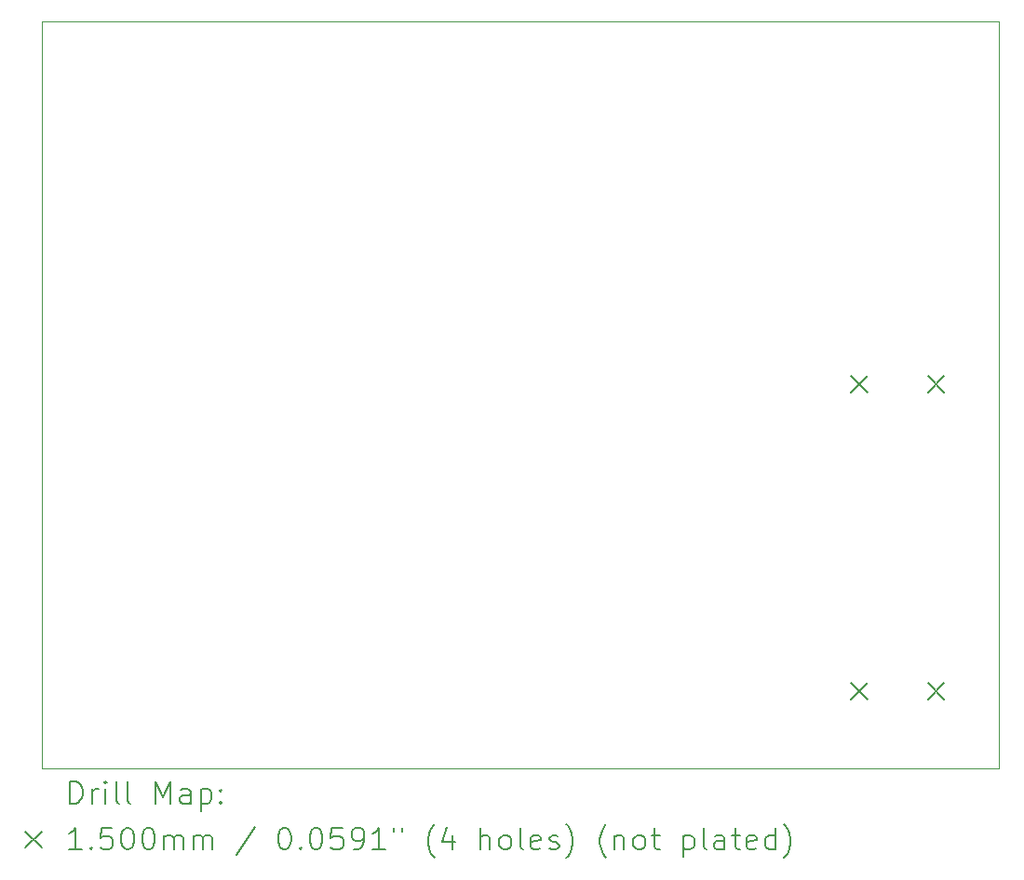
<source format=gbr>
%FSLAX45Y45*%
G04 Gerber Fmt 4.5, Leading zero omitted, Abs format (unit mm)*
G04 Created by KiCad (PCBNEW (6.0.0-0)) date 2022-06-20 09:51:59*
%MOMM*%
%LPD*%
G01*
G04 APERTURE LIST*
%TA.AperFunction,Profile*%
%ADD10C,0.100000*%
%TD*%
%ADD11C,0.200000*%
%ADD12C,0.150000*%
G04 APERTURE END LIST*
D10*
X10636000Y-5080000D02*
X19336000Y-5080000D01*
X10636000Y-11880000D02*
X10636000Y-5080000D01*
X19336000Y-11880000D02*
X19336000Y-5080000D01*
X10636000Y-11880000D02*
X19336000Y-11880000D01*
D11*
D12*
X17990500Y-8307000D02*
X18140500Y-8457000D01*
X18140500Y-8307000D02*
X17990500Y-8457000D01*
X17990500Y-11101000D02*
X18140500Y-11251000D01*
X18140500Y-11101000D02*
X17990500Y-11251000D01*
X18690500Y-8307000D02*
X18840500Y-8457000D01*
X18840500Y-8307000D02*
X18690500Y-8457000D01*
X18690500Y-11101000D02*
X18840500Y-11251000D01*
X18840500Y-11101000D02*
X18690500Y-11251000D01*
D11*
X10888619Y-12195476D02*
X10888619Y-11995476D01*
X10936238Y-11995476D01*
X10964810Y-12005000D01*
X10983857Y-12024048D01*
X10993381Y-12043095D01*
X11002905Y-12081190D01*
X11002905Y-12109762D01*
X10993381Y-12147857D01*
X10983857Y-12166905D01*
X10964810Y-12185952D01*
X10936238Y-12195476D01*
X10888619Y-12195476D01*
X11088619Y-12195476D02*
X11088619Y-12062143D01*
X11088619Y-12100238D02*
X11098143Y-12081190D01*
X11107667Y-12071667D01*
X11126714Y-12062143D01*
X11145762Y-12062143D01*
X11212428Y-12195476D02*
X11212428Y-12062143D01*
X11212428Y-11995476D02*
X11202905Y-12005000D01*
X11212428Y-12014524D01*
X11221952Y-12005000D01*
X11212428Y-11995476D01*
X11212428Y-12014524D01*
X11336238Y-12195476D02*
X11317190Y-12185952D01*
X11307667Y-12166905D01*
X11307667Y-11995476D01*
X11441000Y-12195476D02*
X11421952Y-12185952D01*
X11412428Y-12166905D01*
X11412428Y-11995476D01*
X11669571Y-12195476D02*
X11669571Y-11995476D01*
X11736238Y-12138333D01*
X11802905Y-11995476D01*
X11802905Y-12195476D01*
X11983857Y-12195476D02*
X11983857Y-12090714D01*
X11974333Y-12071667D01*
X11955286Y-12062143D01*
X11917190Y-12062143D01*
X11898143Y-12071667D01*
X11983857Y-12185952D02*
X11964809Y-12195476D01*
X11917190Y-12195476D01*
X11898143Y-12185952D01*
X11888619Y-12166905D01*
X11888619Y-12147857D01*
X11898143Y-12128809D01*
X11917190Y-12119286D01*
X11964809Y-12119286D01*
X11983857Y-12109762D01*
X12079095Y-12062143D02*
X12079095Y-12262143D01*
X12079095Y-12071667D02*
X12098143Y-12062143D01*
X12136238Y-12062143D01*
X12155286Y-12071667D01*
X12164809Y-12081190D01*
X12174333Y-12100238D01*
X12174333Y-12157381D01*
X12164809Y-12176428D01*
X12155286Y-12185952D01*
X12136238Y-12195476D01*
X12098143Y-12195476D01*
X12079095Y-12185952D01*
X12260048Y-12176428D02*
X12269571Y-12185952D01*
X12260048Y-12195476D01*
X12250524Y-12185952D01*
X12260048Y-12176428D01*
X12260048Y-12195476D01*
X12260048Y-12071667D02*
X12269571Y-12081190D01*
X12260048Y-12090714D01*
X12250524Y-12081190D01*
X12260048Y-12071667D01*
X12260048Y-12090714D01*
D12*
X10481000Y-12450000D02*
X10631000Y-12600000D01*
X10631000Y-12450000D02*
X10481000Y-12600000D01*
D11*
X10993381Y-12615476D02*
X10879095Y-12615476D01*
X10936238Y-12615476D02*
X10936238Y-12415476D01*
X10917190Y-12444048D01*
X10898143Y-12463095D01*
X10879095Y-12472619D01*
X11079095Y-12596428D02*
X11088619Y-12605952D01*
X11079095Y-12615476D01*
X11069571Y-12605952D01*
X11079095Y-12596428D01*
X11079095Y-12615476D01*
X11269571Y-12415476D02*
X11174333Y-12415476D01*
X11164810Y-12510714D01*
X11174333Y-12501190D01*
X11193381Y-12491667D01*
X11241000Y-12491667D01*
X11260048Y-12501190D01*
X11269571Y-12510714D01*
X11279095Y-12529762D01*
X11279095Y-12577381D01*
X11269571Y-12596428D01*
X11260048Y-12605952D01*
X11241000Y-12615476D01*
X11193381Y-12615476D01*
X11174333Y-12605952D01*
X11164810Y-12596428D01*
X11402905Y-12415476D02*
X11421952Y-12415476D01*
X11441000Y-12425000D01*
X11450524Y-12434524D01*
X11460048Y-12453571D01*
X11469571Y-12491667D01*
X11469571Y-12539286D01*
X11460048Y-12577381D01*
X11450524Y-12596428D01*
X11441000Y-12605952D01*
X11421952Y-12615476D01*
X11402905Y-12615476D01*
X11383857Y-12605952D01*
X11374333Y-12596428D01*
X11364809Y-12577381D01*
X11355286Y-12539286D01*
X11355286Y-12491667D01*
X11364809Y-12453571D01*
X11374333Y-12434524D01*
X11383857Y-12425000D01*
X11402905Y-12415476D01*
X11593381Y-12415476D02*
X11612428Y-12415476D01*
X11631476Y-12425000D01*
X11641000Y-12434524D01*
X11650524Y-12453571D01*
X11660048Y-12491667D01*
X11660048Y-12539286D01*
X11650524Y-12577381D01*
X11641000Y-12596428D01*
X11631476Y-12605952D01*
X11612428Y-12615476D01*
X11593381Y-12615476D01*
X11574333Y-12605952D01*
X11564809Y-12596428D01*
X11555286Y-12577381D01*
X11545762Y-12539286D01*
X11545762Y-12491667D01*
X11555286Y-12453571D01*
X11564809Y-12434524D01*
X11574333Y-12425000D01*
X11593381Y-12415476D01*
X11745762Y-12615476D02*
X11745762Y-12482143D01*
X11745762Y-12501190D02*
X11755286Y-12491667D01*
X11774333Y-12482143D01*
X11802905Y-12482143D01*
X11821952Y-12491667D01*
X11831476Y-12510714D01*
X11831476Y-12615476D01*
X11831476Y-12510714D02*
X11841000Y-12491667D01*
X11860048Y-12482143D01*
X11888619Y-12482143D01*
X11907667Y-12491667D01*
X11917190Y-12510714D01*
X11917190Y-12615476D01*
X12012428Y-12615476D02*
X12012428Y-12482143D01*
X12012428Y-12501190D02*
X12021952Y-12491667D01*
X12041000Y-12482143D01*
X12069571Y-12482143D01*
X12088619Y-12491667D01*
X12098143Y-12510714D01*
X12098143Y-12615476D01*
X12098143Y-12510714D02*
X12107667Y-12491667D01*
X12126714Y-12482143D01*
X12155286Y-12482143D01*
X12174333Y-12491667D01*
X12183857Y-12510714D01*
X12183857Y-12615476D01*
X12574333Y-12405952D02*
X12402905Y-12663095D01*
X12831476Y-12415476D02*
X12850524Y-12415476D01*
X12869571Y-12425000D01*
X12879095Y-12434524D01*
X12888619Y-12453571D01*
X12898143Y-12491667D01*
X12898143Y-12539286D01*
X12888619Y-12577381D01*
X12879095Y-12596428D01*
X12869571Y-12605952D01*
X12850524Y-12615476D01*
X12831476Y-12615476D01*
X12812428Y-12605952D01*
X12802905Y-12596428D01*
X12793381Y-12577381D01*
X12783857Y-12539286D01*
X12783857Y-12491667D01*
X12793381Y-12453571D01*
X12802905Y-12434524D01*
X12812428Y-12425000D01*
X12831476Y-12415476D01*
X12983857Y-12596428D02*
X12993381Y-12605952D01*
X12983857Y-12615476D01*
X12974333Y-12605952D01*
X12983857Y-12596428D01*
X12983857Y-12615476D01*
X13117190Y-12415476D02*
X13136238Y-12415476D01*
X13155286Y-12425000D01*
X13164809Y-12434524D01*
X13174333Y-12453571D01*
X13183857Y-12491667D01*
X13183857Y-12539286D01*
X13174333Y-12577381D01*
X13164809Y-12596428D01*
X13155286Y-12605952D01*
X13136238Y-12615476D01*
X13117190Y-12615476D01*
X13098143Y-12605952D01*
X13088619Y-12596428D01*
X13079095Y-12577381D01*
X13069571Y-12539286D01*
X13069571Y-12491667D01*
X13079095Y-12453571D01*
X13088619Y-12434524D01*
X13098143Y-12425000D01*
X13117190Y-12415476D01*
X13364809Y-12415476D02*
X13269571Y-12415476D01*
X13260048Y-12510714D01*
X13269571Y-12501190D01*
X13288619Y-12491667D01*
X13336238Y-12491667D01*
X13355286Y-12501190D01*
X13364809Y-12510714D01*
X13374333Y-12529762D01*
X13374333Y-12577381D01*
X13364809Y-12596428D01*
X13355286Y-12605952D01*
X13336238Y-12615476D01*
X13288619Y-12615476D01*
X13269571Y-12605952D01*
X13260048Y-12596428D01*
X13469571Y-12615476D02*
X13507667Y-12615476D01*
X13526714Y-12605952D01*
X13536238Y-12596428D01*
X13555286Y-12567857D01*
X13564809Y-12529762D01*
X13564809Y-12453571D01*
X13555286Y-12434524D01*
X13545762Y-12425000D01*
X13526714Y-12415476D01*
X13488619Y-12415476D01*
X13469571Y-12425000D01*
X13460048Y-12434524D01*
X13450524Y-12453571D01*
X13450524Y-12501190D01*
X13460048Y-12520238D01*
X13469571Y-12529762D01*
X13488619Y-12539286D01*
X13526714Y-12539286D01*
X13545762Y-12529762D01*
X13555286Y-12520238D01*
X13564809Y-12501190D01*
X13755286Y-12615476D02*
X13641000Y-12615476D01*
X13698143Y-12615476D02*
X13698143Y-12415476D01*
X13679095Y-12444048D01*
X13660048Y-12463095D01*
X13641000Y-12472619D01*
X13831476Y-12415476D02*
X13831476Y-12453571D01*
X13907667Y-12415476D02*
X13907667Y-12453571D01*
X14202905Y-12691667D02*
X14193381Y-12682143D01*
X14174333Y-12653571D01*
X14164809Y-12634524D01*
X14155286Y-12605952D01*
X14145762Y-12558333D01*
X14145762Y-12520238D01*
X14155286Y-12472619D01*
X14164809Y-12444048D01*
X14174333Y-12425000D01*
X14193381Y-12396428D01*
X14202905Y-12386905D01*
X14364809Y-12482143D02*
X14364809Y-12615476D01*
X14317190Y-12405952D02*
X14269571Y-12548809D01*
X14393381Y-12548809D01*
X14621952Y-12615476D02*
X14621952Y-12415476D01*
X14707667Y-12615476D02*
X14707667Y-12510714D01*
X14698143Y-12491667D01*
X14679095Y-12482143D01*
X14650524Y-12482143D01*
X14631476Y-12491667D01*
X14621952Y-12501190D01*
X14831476Y-12615476D02*
X14812428Y-12605952D01*
X14802905Y-12596428D01*
X14793381Y-12577381D01*
X14793381Y-12520238D01*
X14802905Y-12501190D01*
X14812428Y-12491667D01*
X14831476Y-12482143D01*
X14860048Y-12482143D01*
X14879095Y-12491667D01*
X14888619Y-12501190D01*
X14898143Y-12520238D01*
X14898143Y-12577381D01*
X14888619Y-12596428D01*
X14879095Y-12605952D01*
X14860048Y-12615476D01*
X14831476Y-12615476D01*
X15012428Y-12615476D02*
X14993381Y-12605952D01*
X14983857Y-12586905D01*
X14983857Y-12415476D01*
X15164809Y-12605952D02*
X15145762Y-12615476D01*
X15107667Y-12615476D01*
X15088619Y-12605952D01*
X15079095Y-12586905D01*
X15079095Y-12510714D01*
X15088619Y-12491667D01*
X15107667Y-12482143D01*
X15145762Y-12482143D01*
X15164809Y-12491667D01*
X15174333Y-12510714D01*
X15174333Y-12529762D01*
X15079095Y-12548809D01*
X15250524Y-12605952D02*
X15269571Y-12615476D01*
X15307667Y-12615476D01*
X15326714Y-12605952D01*
X15336238Y-12586905D01*
X15336238Y-12577381D01*
X15326714Y-12558333D01*
X15307667Y-12548809D01*
X15279095Y-12548809D01*
X15260048Y-12539286D01*
X15250524Y-12520238D01*
X15250524Y-12510714D01*
X15260048Y-12491667D01*
X15279095Y-12482143D01*
X15307667Y-12482143D01*
X15326714Y-12491667D01*
X15402905Y-12691667D02*
X15412428Y-12682143D01*
X15431476Y-12653571D01*
X15441000Y-12634524D01*
X15450524Y-12605952D01*
X15460048Y-12558333D01*
X15460048Y-12520238D01*
X15450524Y-12472619D01*
X15441000Y-12444048D01*
X15431476Y-12425000D01*
X15412428Y-12396428D01*
X15402905Y-12386905D01*
X15764809Y-12691667D02*
X15755286Y-12682143D01*
X15736238Y-12653571D01*
X15726714Y-12634524D01*
X15717190Y-12605952D01*
X15707667Y-12558333D01*
X15707667Y-12520238D01*
X15717190Y-12472619D01*
X15726714Y-12444048D01*
X15736238Y-12425000D01*
X15755286Y-12396428D01*
X15764809Y-12386905D01*
X15841000Y-12482143D02*
X15841000Y-12615476D01*
X15841000Y-12501190D02*
X15850524Y-12491667D01*
X15869571Y-12482143D01*
X15898143Y-12482143D01*
X15917190Y-12491667D01*
X15926714Y-12510714D01*
X15926714Y-12615476D01*
X16050524Y-12615476D02*
X16031476Y-12605952D01*
X16021952Y-12596428D01*
X16012428Y-12577381D01*
X16012428Y-12520238D01*
X16021952Y-12501190D01*
X16031476Y-12491667D01*
X16050524Y-12482143D01*
X16079095Y-12482143D01*
X16098143Y-12491667D01*
X16107667Y-12501190D01*
X16117190Y-12520238D01*
X16117190Y-12577381D01*
X16107667Y-12596428D01*
X16098143Y-12605952D01*
X16079095Y-12615476D01*
X16050524Y-12615476D01*
X16174333Y-12482143D02*
X16250524Y-12482143D01*
X16202905Y-12415476D02*
X16202905Y-12586905D01*
X16212428Y-12605952D01*
X16231476Y-12615476D01*
X16250524Y-12615476D01*
X16469571Y-12482143D02*
X16469571Y-12682143D01*
X16469571Y-12491667D02*
X16488619Y-12482143D01*
X16526714Y-12482143D01*
X16545762Y-12491667D01*
X16555286Y-12501190D01*
X16564809Y-12520238D01*
X16564809Y-12577381D01*
X16555286Y-12596428D01*
X16545762Y-12605952D01*
X16526714Y-12615476D01*
X16488619Y-12615476D01*
X16469571Y-12605952D01*
X16679095Y-12615476D02*
X16660048Y-12605952D01*
X16650524Y-12586905D01*
X16650524Y-12415476D01*
X16841000Y-12615476D02*
X16841000Y-12510714D01*
X16831476Y-12491667D01*
X16812429Y-12482143D01*
X16774333Y-12482143D01*
X16755286Y-12491667D01*
X16841000Y-12605952D02*
X16821952Y-12615476D01*
X16774333Y-12615476D01*
X16755286Y-12605952D01*
X16745762Y-12586905D01*
X16745762Y-12567857D01*
X16755286Y-12548809D01*
X16774333Y-12539286D01*
X16821952Y-12539286D01*
X16841000Y-12529762D01*
X16907667Y-12482143D02*
X16983857Y-12482143D01*
X16936238Y-12415476D02*
X16936238Y-12586905D01*
X16945762Y-12605952D01*
X16964810Y-12615476D01*
X16983857Y-12615476D01*
X17126714Y-12605952D02*
X17107667Y-12615476D01*
X17069571Y-12615476D01*
X17050524Y-12605952D01*
X17041000Y-12586905D01*
X17041000Y-12510714D01*
X17050524Y-12491667D01*
X17069571Y-12482143D01*
X17107667Y-12482143D01*
X17126714Y-12491667D01*
X17136238Y-12510714D01*
X17136238Y-12529762D01*
X17041000Y-12548809D01*
X17307667Y-12615476D02*
X17307667Y-12415476D01*
X17307667Y-12605952D02*
X17288619Y-12615476D01*
X17250524Y-12615476D01*
X17231476Y-12605952D01*
X17221952Y-12596428D01*
X17212429Y-12577381D01*
X17212429Y-12520238D01*
X17221952Y-12501190D01*
X17231476Y-12491667D01*
X17250524Y-12482143D01*
X17288619Y-12482143D01*
X17307667Y-12491667D01*
X17383857Y-12691667D02*
X17393381Y-12682143D01*
X17412429Y-12653571D01*
X17421952Y-12634524D01*
X17431476Y-12605952D01*
X17441000Y-12558333D01*
X17441000Y-12520238D01*
X17431476Y-12472619D01*
X17421952Y-12444048D01*
X17412429Y-12425000D01*
X17393381Y-12396428D01*
X17383857Y-12386905D01*
M02*

</source>
